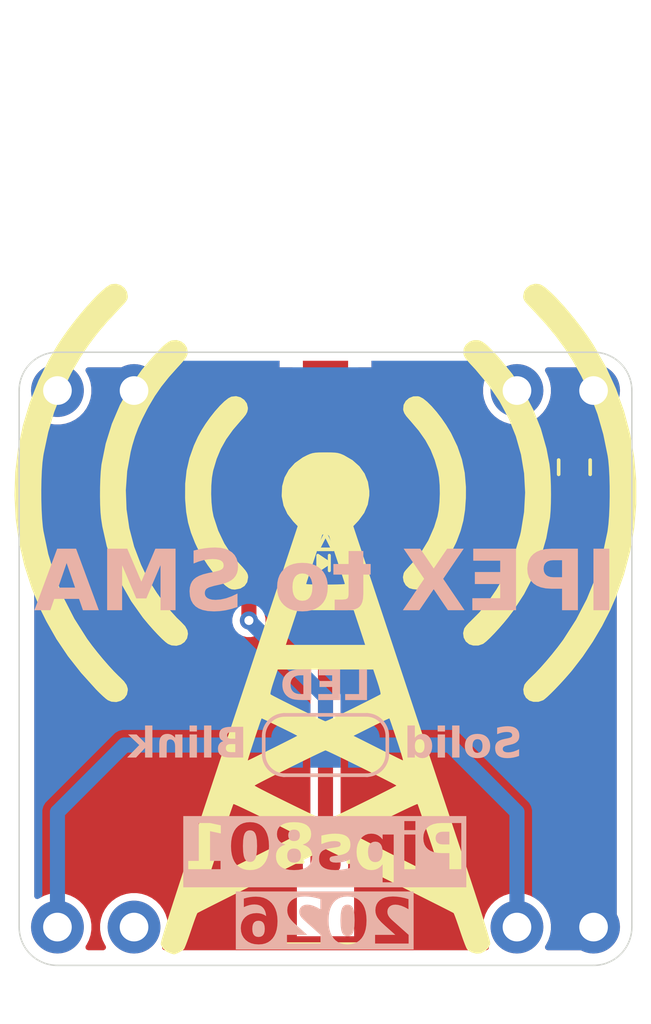
<source format=kicad_pcb>
(kicad_pcb (version 20241229) (generator "pcbnew") (generator_version "9.0")
  (layers (0 "F.Cu" signal) (2 "B.Cu" signal) (13 "F.Paste" user) (15 "B.Paste" user) (5 "F.SilkS" user "F.Silkscreen") (7 "B.SilkS" user "B.Silkscreen") (1 "F.Mask" user) (3 "B.Mask" user) (25 "Edge.Cuts" user))
  (net 0 "")
  (net 1 "GND")
  (net 2 "Net-(D1-A)")
  (net 3 "Net-(J1-In)")
  (net 4 "+3.3V")
  (net 5 "CLK")
  (net 8 "Net-(D1-K)")
  (footprint "Connector_Coaxial:SMA_Amphenol_132289_EdgeMount" (layer "F.Cu") (at 173.99 77.7525 90)
    (property "Reference" "J1" (hide yes))
    (property "Value" "SMA")
    (fp_line (start -3.71 -0.25) (end -3.71 0.25) (stroke (width 0.12)) (layer "F.SilkS"))
    (fp_line (start -3.21 0) (end -3.71 -0.25) (stroke (width 0.12)) (layer "F.SilkS"))
    (fp_line (start -3.71 0.25) (end -3.21 0) (stroke (width 0.12)) (layer "F.SilkS"))
    (pad "1" smd rect (at 0 0 180) (size 1.5 5.08) (layers "F.Cu" "F.Mask" "F.Paste") (net 3 "Net-(J1-In)"))
    (pad "2" smd rect (at 0 -3.262 180) (size 3.476 5.08) (layers "F.Cu" "F.Mask" "F.Paste") (net 1 "GND"))
    (pad "2" smd rect (at 0 -3.262 180) (size 3.476 5.08) (layers "B.Cu" "B.Mask" "B.Paste") (net 1 "GND"))
    (pad "2" smd rect (at 0 3.262 180) (size 3.476 5.08) (layers "F.Cu" "F.Mask" "F.Paste") (net 1 "GND"))
    (pad "2" smd rect (at 0 3.262 180) (size 3.476 5.08) (layers "B.Cu" "B.Mask" "B.Paste") (net 1 "GND"))
  )
  (footprint "Resistor_SMD:R_0603_1608Metric" (layer "F.Cu") (at 182.245 78.74 90)
    (property "Reference" "R1" (hide yes))
    (property "Value" "150-200Ω*")
    (fp_line (start -0.237258 -0.5225) (end 0.237258 -0.5225) (stroke (width 0.12)) (layer "F.SilkS"))
    (fp_line (start -0.237258 0.5225) (end 0.237258 0.5225) (stroke (width 0.12)) (layer "F.SilkS"))
    (pad "1" smd roundrect (at -0.825 0 90) (size 0.8 0.95) (layers "F.Cu" "F.Mask" "F.Paste") (net 8 "Net-(D1-K)"))
    (pad "2" smd roundrect (at 0.825 0 90) (size 0.8 0.95) (layers "F.Cu" "F.Mask" "F.Paste") (net 1 "GND"))
  )
  (footprint "LED_SMD:LED_0805_2012Metric" (layer "F.Cu") (at 173.99 81.915 180)
    (property "Reference" "D1" (hide yes))
    (property "Value" "RED")
    (fp_line (start -0.127 -0.254) (end -0.127 0.254) (stroke (width 0.1)) (layer "F.SilkS"))
    (fp_poly (pts (xy -0.127 0) (xy 0.254 -0.254) (xy 0.254 0.254)) (stroke (width 0.1)) (fill yes) (layer "F.SilkS"))
    (pad "1" smd roundrect (at -0.9375 0 180) (size 0.975 1.4) (layers "F.Cu" "F.Mask" "F.Paste") (net 8 "Net-(D1-K)"))
    (pad "2" smd roundrect (at 0.9375 0 180) (size 0.975 1.4) (layers "F.Cu" "F.Mask" "F.Paste") (net 2 "Net-(D1-A)"))
  )
  (footprint "MiniBadge:MiniBadge_Simple_NoEdges" (layer "F.Cu") (at 163.83 74.93)
    (property "Reference" "MB1" (hide yes))
    (property "Value" "MiniBadge_Simple")
    (pad "1" thru_hole circle (at 1.27 1.27) (size 1.75 1.75) (drill 0.95) (layers "*.Cu" "*.Mask"))
    (pad "2" thru_hole circle (at 3.81 1.27) (size 1.75 1.75) (drill 0.95) (layers "*.Cu" "*.Mask") (net 1 "GND"))
    (pad "7" thru_hole circle (at 16.51 1.27) (size 1.75 1.75) (drill 0.95) (layers "*.Cu" "*.Mask"))
    (pad "8" thru_hole circle (at 19.05 1.27) (size 1.75 1.75) (drill 0.95) (layers "*.Cu" "*.Mask") (net 1 "GND"))
    (pad "9" thru_hole circle (at 1.27 19.05) (size 1.75 1.75) (drill 0.95) (layers "*.Cu" "*.Mask") (net 5 "CLK"))
    (pad "10" thru_hole circle (at 3.81 19.05) (size 1.75 1.75) (drill 0.95) (layers "*.Cu" "*.Mask"))
    (pad "15" thru_hole circle (at 16.51 19.05) (size 1.75 1.75) (drill 0.95) (layers "*.Cu" "*.Mask") (net 4 "+3.3V"))
    (pad "16" thru_hole circle (at 19.05 19.05) (size 1.75 1.75) (drill 0.95) (layers "*.Cu" "*.Mask") (net 1 "GND"))
  )
  (footprint "Connector_Coaxial:U.FL_Hirose_U.FL-R-SMT-1_Vertical" (layer "F.Cu") (at 173.99 92.71 -90)
    (property "Reference" "J2" (hide yes))
    (property "Value" "U.FL/IPEX")
    (fp_line (start -0.885 1.4) (end -0.885 0.76) (stroke (width 0.12)) (layer "F.SilkS"))
    (fp_line (start -0.885 -0.76) (end -1.515 -0.76) (stroke (width 0.12)) (layer "F.SilkS"))
    (fp_line (start 1.835 -1.35) (end 1.835 1.35) (stroke (width 0.12)) (layer "F.SilkS"))
    (fp_line (start -0.885 -1.4) (end -0.885 -0.76) (stroke (width 0.12)) (layer "F.SilkS"))
    (pad "1" smd roundrect (at -1.05 0 270) (size 1.05 1) (layers "F.Cu" "F.Mask" "F.Paste") (net 3 "Net-(J1-In)"))
    (pad "2" smd roundrect (at 0.475 -1.475 270) (size 2.2 1.05) (layers "F.Cu" "F.Mask" "F.Paste") (roundrect_rratio 0.2380952381) (net 1 "GND"))
    (pad "2" smd roundrect (at 0.475 1.475 270) (size 2.2 1.05) (layers "F.Cu" "F.Mask" "F.Paste") (roundrect_rratio 0.2380952381) (net 1 "GND"))
    (zone (net 0) (net_name "") (layers "F.Cu" "B.Cu") (connect_pads (clearance 0)) (min_thickness 0.25)
      (keepout (tracks not_allowed) (vias not_allowed) (pads not_allowed) (copperpour not_allowed) (footprints allowed))
      (fill (thermal_gap 0.5) (thermal_bridge_width 0.5))
      (polygon (pts (xy 174.94 94.285) (xy 174.94 92.195) (xy 173.04 92.195) (xy 173.04 94.285)))
    )
  )
  (footprint "LOGO" (layer "F.Cu") (at 173.99 82.55)
    (property "Reference" "G***" (hide yes))
    (property "Value" "LOGO" (hide yes))
    (fp_poly (pts (xy -2.817165 -6.126389) (xy -2.693725 -6.042136) (xy -2.607716 -5.922984) (xy -2.572811 -5.779479) (xy -2.575089 -5.726373) (xy -2.59599 -5.637213) (xy -2.643593 -5.547496) (xy -2.728551 -5.439486) (xy -2.785087 -5.376625) (xy -3.066002 -5.05037) (xy -3.29115 -4.736804) (xy -3.469232 -4.42024) (xy -3.608945 -4.084997) (xy -3.718989 -3.715386) (xy -3.729053 -3.674458) (xy -3.765831 -3.459482) (xy -3.786364 -3.201422) (xy -3.790896 -2.922009) (xy -3.779666 -2.642975) (xy -3.752918 -2.386047) (xy -3.712418 -2.178679) (xy -3.556881 -1.707019) (xy -3.351106 -1.276799) (xy -3.097176 -0.891869) (xy -2.877817 -0.6367) (xy -2.745515 -0.495975) (xy -2.65583 -0.39061) (xy -2.60102 -0.308843) (xy -2.573343 -0.238907) (xy -2.565058 -0.169039) (xy -2.564999 -0.161303) (xy -2.596126 -0.000129) (xy -2.683924 0.126381) (xy -2.820019 0.210754) (xy -2.996038 0.245513) (xy -3.021339 0.245997) (xy -3.117437 0.235901) (xy -3.205874 0.198115) (xy -3.311891 0.121399) (xy -3.324808 0.110846) (xy -3.514388 -0.0686) (xy -3.712188 -0.297577) (xy -3.907701 -0.561336) (xy -4.090422 -0.845132) (xy -4.249845 -1.13422) (xy -4.325351 -1.293646) (xy -4.461086 -1.636928) (xy -4.557753 -1.972713) (xy -4.620244 -2.323065) (xy -4.653446 -2.710047) (xy -4.656858 -2.789831) (xy -4.654177 -3.263902) (xy -4.60707 -3.7003) (xy -4.512023 -4.115898) (xy -4.365517 -4.527568) (xy -4.235185 -4.812901) (xy -4.118368 -5.027332) (xy -3.979406 -5.246889) (xy -3.826077 -5.462243) (xy -3.666157 -5.664071) (xy -3.507424 -5.843052) (xy -3.357652 -5.989858) (xy -3.224621 -6.095165) (xy -3.121665 -6.148019) (xy -2.964369 -6.165199)) (fill yes) (layer "F.SilkS"))
    (fp_poly (pts (xy 3.120616 -6.148344) (xy 3.234219 -6.089294) (xy 3.371463 -5.979325) (xy 3.52467 -5.827357) (xy 3.686161 -5.642303) (xy 3.848258 -5.433087) (xy 4.00328 -5.208626) (xy 4.143553 -4.977838) (xy 4.170911 -4.928493) (xy 4.377158 -4.49861) (xy 4.525119 -4.068338) (xy 4.61783 -3.62432) (xy 4.658326 -3.153198) (xy 4.656861 -2.789831) (xy 4.628688 -2.393359) (xy 4.57216 -2.037726) (xy 4.482387 -1.700865) (xy 4.35448 -1.360716) (xy 4.325354 -1.293646) (xy 4.17611 -0.994126) (xy 3.995347 -0.692194) (xy 3.794375 -0.403825) (xy 3.584501 -0.144993) (xy 3.377037 0.068327) (xy 3.334232 0.106364) (xy 3.232869 0.187067) (xy 3.152462 0.229085) (xy 3.067024 0.243859) (xy 3.020015 0.244664) (xy 2.897852 0.231905) (xy 2.788474 0.20204) (xy 2.770292 0.193856) (xy 2.659881 0.103371) (xy 2.59008 -0.023316) (xy 2.566452 -0.165181) (xy 2.594556 -0.3012) (xy 2.625261 -0.354486) (xy 2.678041 -0.418823) (xy 2.762342 -0.513426) (xy 2.861405 -0.619571) (xy 2.877819 -0.6367) (xy 3.166284 -0.985363) (xy 3.408151 -1.382189) (xy 3.601335 -1.823326) (xy 3.712421 -2.178679) (xy 3.753979 -2.393456) (xy 3.780251 -2.651394) (xy 3.790996 -2.930767) (xy 3.785973 -3.209843) (xy 3.764939 -3.466893) (xy 3.729054 -3.674458) (xy 3.621589 -4.048532) (xy 3.485358 -4.38661) (xy 3.31166 -4.704381) (xy 3.091795 -5.017529) (xy 2.817069 -5.34174) (xy 2.785089 -5.376625) (xy 2.678653 -5.499544) (xy 2.614627 -5.595741) (xy 2.582366 -5.682954) (xy 2.57509 -5.726373) (xy 2.589248 -5.875538) (xy 2.659107 -6.004191) (xy 2.770979 -6.101748) (xy 2.911181 -6.157621) (xy 3.066025 -6.161226)) (fill yes) (layer "F.SilkS"))
    (fp_poly (pts (xy 5.068555 -8.0205) (xy 5.098702 -8.013567) (xy 5.18474 -7.978263) (xy 5.284023 -7.912278) (xy 5.403174 -7.809836) (xy 5.548817 -7.665162) (xy 5.727578 -7.472477) (xy 5.757789 -7.438932) (xy 6.197727 -6.897842) (xy 6.575777 -6.324197) (xy 6.891056 -5.719868) (xy 7.142679 -5.08672) (xy 7.329762 -4.426622) (xy 7.42737 -3.913778) (xy 7.449926 -3.715164) (xy 7.466257 -3.468508) (xy 7.476195 -3.192146) (xy 7.479568 -2.904411) (xy 7.47621 -2.62364) (xy 7.465951 -2.368167) (xy 7.448621 -2.15633) (xy 7.443935 -2.118094) (xy 7.322695 -1.456709) (xy 7.137326 -0.812156) (xy 6.890558 -0.190928) (xy 6.585123 0.400481) (xy 6.223752 0.955579) (xy 6.061394 1.169477) (xy 5.912649 1.350735) (xy 5.7562 1.53043) (xy 5.601482 1.698675) (xy 5.457928 1.845589) (xy 5.334973 1.961287) (xy 5.242053 2.035885) (xy 5.222746 2.048036) (xy 5.067145 2.100887) (xy 4.897526 2.100938) (xy 4.765292 2.059178) (xy 4.652195 1.966733) (xy 4.582814 1.837286) (xy 4.562655 1.690066) (xy 4.597227 1.5443) (xy 4.610399 1.518425) (xy 4.667024 1.44106) (xy 4.75174 1.349737) (xy 4.792167 1.311895) (xy 5.098109 1.006019) (xy 5.392435 0.645685) (xy 5.668359 0.242904) (xy 5.919089 -0.190315) (xy 6.137838 -0.641964) (xy 6.317816 -1.100029) (xy 6.452232 -1.552505) (xy 6.480245 -1.674068) (xy 6.585506 -2.3254) (xy 6.62055 -2.970032) (xy 6.586219 -3.60504) (xy 6.483357 -4.227499) (xy 6.312806 -4.834488) (xy 6.075408 -5.423082) (xy 5.772009 -5.990353) (xy 5.403447 -6.53338) (xy 4.97057 -7.049239) (xy 4.913334 -7.11024) (xy 4.77787 -7.255299) (xy 4.683884 -7.363323) (xy 4.623531 -7.445349) (xy 4.58896 -7.512413) (xy 4.572325 -7.575552) (xy 4.569906 -7.593224) (xy 4.584235 -7.742986) (xy 4.654868 -7.871408) (xy 4.768202 -7.967675) (xy 4.910633 -8.020978)) (fill yes) (layer "F.SilkS"))
    (fp_poly (pts (xy -4.793094 -7.98119) (xy -4.673226 -7.892169) (xy -4.593519 -7.769047) (xy -4.567625 -7.622657) (xy -4.569835 -7.593796) (xy -4.583702 -7.527867) (xy -4.614495 -7.460371) (xy -4.670217 -7.37981) (xy -4.758868 -7.274694) (xy -4.888453 -7.133526) (xy -4.895685 -7.12581) (xy -5.192169 -6.794992) (xy -5.442613 -6.480934) (xy -5.660989 -6.164483) (xy -5.86127 -5.826491) (xy -5.911936 -5.733034) (xy -6.077666 -5.408057) (xy -6.209539 -5.114345) (xy -6.31616 -4.829669) (xy -6.40614 -4.531804) (xy -6.461168 -4.314767) (xy -6.57627 -3.681757) (xy -6.621628 -3.046784) (xy -6.597805 -2.414464) (xy -6.505365 -1.789423) (xy -6.344871 -1.176281) (xy -6.116886 -0.579663) (xy -5.968141 -0.270297) (xy -5.794886 0.038458) (xy -5.593841 0.352241) (xy -5.375838 0.65648) (xy -5.151705 0.936605) (xy -4.932274 1.178043) (xy -4.792165 1.311895) (xy -4.65362 1.457768) (xy -4.578386 1.596432) (xy -4.559998 1.711608) (xy -4.591003 1.863922) (xy -4.674754 1.985615) (xy -4.797354 2.069632) (xy -4.944907 2.108918) (xy -5.103516 2.096418) (xy -5.222743 2.048036) (xy -5.305591 1.986682) (xy -5.421106 1.88147) (xy -5.559857 1.742279) (xy -5.712407 1.578996) (xy -5.869322 1.401504) (xy -6.021168 1.21969) (xy -6.061391 1.169477) (xy -6.444732 0.631008) (xy -6.773249 0.053584) (xy -7.044208 -0.5563) (xy -7.254879 -1.192149) (xy -7.402532 -1.847471) (xy -7.443933 -2.118094) (xy -7.462811 -2.318103) (xy -7.474582 -2.565706) (xy -7.479416 -2.842567) (xy -7.477481 -3.130349) (xy -7.468947 -3.41072) (xy -7.453983 -3.665343) (xy -7.432757 -3.875882) (xy -7.427367 -3.913778) (xy -7.289386 -4.592908) (xy -7.086199 -5.246491) (xy -6.818689 -5.872658) (xy -6.487744 -6.469544) (xy -6.094248 -7.035279) (xy -5.757786 -7.438932) (xy -5.573462 -7.639348) (xy -5.423254 -7.790886) (xy -5.300536 -7.89932) (xy -5.198685 -7.970428) (xy -5.111075 -8.009984) (xy -5.0987 -8.013567) (xy -4.93947 -8.025267)) (fill yes) (layer "F.SilkS"))
    (fp_poly (pts (xy -6.786934 -9.843245) (xy -6.66461 -9.750914) (xy -6.582849 -9.621811) (xy -6.554998 -9.47513) (xy -6.559859 -9.415234) (xy -6.579809 -9.357875) (xy -6.622896 -9.291223) (xy -6.697168 -9.203447) (xy -6.810677 -9.082716) (xy -6.848904 -9.043131) (xy -7.230872 -8.633534) (xy -7.563064 -8.242353) (xy -7.857018 -7.854082) (xy -8.124279 -7.453204) (xy -8.376385 -7.024215) (xy -8.445735 -6.897126) (xy -8.748766 -6.275803) (xy -8.996684 -5.638808) (xy -9.193574 -4.973982) (xy -9.343528 -4.269168) (xy -9.358091 -4.184149) (xy -9.385995 -3.964427) (xy -9.406471 -3.693589) (xy -9.41954 -3.386775) (xy -9.42522 -3.059121) (xy -9.423529 -2.725766) (xy -9.414484 -2.401849) (xy -9.398106 -2.102511) (xy -9.374411 -1.842884) (xy -9.355095 -1.7026) (xy -9.194239 -0.931465) (xy -8.968994 -0.187933) (xy -8.67974 0.527067) (xy -8.326855 1.212599) (xy -7.91072 1.86773) (xy -7.889093 1.898491) (xy -7.735852 2.106228) (xy -7.559635 2.329936) (xy -7.372125 2.555963) (xy -7.185005 2.770656) (xy -7.009959 2.960361) (xy -6.858674 3.111425) (xy -6.823309 3.14391) (xy -6.682622 3.28383) (xy -6.597119 3.40556) (xy -6.558888 3.521871) (xy -6.554998 3.576933) (xy -6.586021 3.729174) (xy -6.669802 3.850876) (xy -6.792412 3.934955) (xy -6.939917 3.974324) (xy -7.098388 3.961896) (xy -7.217091 3.913733) (xy -7.284577 3.864046) (xy -7.384449 3.776675) (xy -7.502635 3.664449) (xy -7.611979 3.553882) (xy -8.10767 3.00487) (xy -8.541785 2.453593) (xy -8.92313 1.887434) (xy -9.260515 1.293777) (xy -9.433263 0.945189) (xy -9.745329 0.202825) (xy -9.989351 -0.554239) (xy -10.165557 -1.322176) (xy -10.27418 -2.097154) (xy -10.315453 -2.875336) (xy -10.289605 -3.652895) (xy -10.19687 -4.425994) (xy -10.037479 -5.190803) (xy -9.811662 -5.943489) (xy -9.519654 -6.680218) (xy -9.161683 -7.397159) (xy -8.902485 -7.836807) (xy -8.736917 -8.0892) (xy -8.553296 -8.348304) (xy -8.357518 -8.607443) (xy -8.155481 -8.859946) (xy -7.953079 -9.099134) (xy -7.756211 -9.318337) (xy -7.570772 -9.510877) (xy -7.402658 -9.67008) (xy -7.257766 -9.789274) (xy -7.141991 -9.861781) (xy -7.099459 -9.877796) (xy -6.936368 -9.888854)) (fill yes) (layer "F.SilkS"))
    (fp_poly (pts (xy 7.099462 -9.877796) (xy 7.199574 -9.829443) (xy 7.331567 -9.731278) (xy 7.489542 -9.589978) (xy 7.667603 -9.412216) (xy 7.859854 -9.204667) (xy 8.060399 -8.974006) (xy 8.26334 -8.726906) (xy 8.462783 -8.470044) (xy 8.65283 -8.210092) (xy 8.827585 -7.953725) (xy 8.902487 -7.836807) (xy 9.302237 -7.133755) (xy 9.636044 -6.408698) (xy 9.903678 -5.665387) (xy 10.104911 -4.907567) (xy 10.23951 -4.138986) (xy 10.307247 -3.363392) (xy 10.30789 -2.584534) (xy 10.24121 -1.806156) (xy 10.106975 -1.03201) (xy 9.904958 -0.265841) (xy 9.634926 0.488603) (xy 9.441218 0.931828) (xy 9.175444 1.452132) (xy 8.867567 1.971687) (xy 8.530931 2.469637) (xy 8.178885 2.925132) (xy 8.122494 2.99212) (xy 7.957394 3.181288) (xy 7.788965 3.366219) (xy 7.625754 3.538206) (xy 7.476311 3.688549) (xy 7.349187 3.808545) (xy 7.252931 3.88949) (xy 7.217092 3.913733) (xy 7.061893 3.9663) (xy 6.89241 3.966231) (xy 6.760292 3.924503) (xy 6.647192 3.832059) (xy 6.577815 3.70264) (xy 6.557668 3.555488) (xy 6.592258 3.409855) (xy 6.60558 3.38375) (xy 6.658421 3.312603) (xy 6.743918 3.219759) (xy 6.823311 3.14391) (xy 6.966153 3.005661) (xy 7.135916 2.825075) (xy 7.320919 2.615803) (xy 7.509477 2.391497) (xy 7.689907 2.165813) (xy 7.850525 1.952402) (xy 7.889096 1.898491) (xy 8.308268 1.244845) (xy 8.664207 0.560757) (xy 8.956534 -0.152844) (xy 9.184869 -0.895024) (xy 9.348834 -1.664852) (xy 9.355097 -1.7026) (xy 9.383538 -1.928295) (xy 9.404675 -2.203544) (xy 9.418489 -2.513209) (xy 9.424961 -2.842151) (xy 9.424075 -3.175232) (xy 9.41581 -3.497313) (xy 9.40015 -3.793257) (xy 9.377076 -4.047924) (xy 9.358094 -4.184149) (xy 9.213327 -4.894395) (xy 9.022098 -5.563243) (xy 8.780318 -6.202846) (xy 8.483899 -6.825364) (xy 8.445738 -6.897126) (xy 8.195805 -7.336751) (xy 7.933944 -7.743924) (xy 7.648616 -8.13416) (xy 7.328279 -8.522965) (xy 6.96139 -8.92585) (xy 6.848907 -9.043131) (xy 6.723484 -9.174733) (xy 6.639458 -9.270202) (xy 6.588781 -9.341369) (xy 6.563405 -9.400062) (xy 6.555281 -9.458115) (xy 6.555 -9.47513) (xy 6.586117 -9.629818) (xy 6.670497 -9.75713) (xy 6.794689 -9.847116) (xy 6.94524 -9.889824)) (fill yes) (layer "F.SilkS"))
    (fp_poly (pts (xy 0.183066 -4.2994) (xy 0.314102 -4.293476) (xy 0.412307 -4.280062) (xy 0.496878 -4.25626) (xy 0.587013 -4.219177) (xy 0.610043 -4.208698) (xy 0.896026 -4.043619) (xy 1.12599 -3.838737) (xy 1.297429 -3.598031) (xy 1.40783 -3.325484) (xy 1.454689 -3.025073) (xy 1.453753 -2.86996) (xy 1.40275 -2.571326) (xy 1.284738 -2.295194) (xy 1.100075 -2.04236) (xy 1.071921 -2.012011) (xy 0.922642 -1.855091) (xy 2.192867 1.968455) (xy 2.381106 2.53509) (xy 2.580996 3.13682) (xy 2.789431 3.764292) (xy 3.003306 4.408155) (xy 3.219513 5.059061) (xy 3.434947 5.70765) (xy 3.6465 6.344577) (xy 3.851068 6.960485) (xy 4.045542 7.546022) (xy 4.226817 8.09184) (xy 4.391788 8.588583) (xy 4.475219 8.839813) (xy 4.654632 9.380923) (xy 4.813348 9.861499) (xy 4.952292 10.28448) (xy 5.07239 10.652807) (xy 5.174565 10.969423) (xy 5.259743 11.237269) (xy 5.328849 11.459283) (xy 5.382809 11.638411) (xy 5.422547 11.777593) (xy 5.448988 11.879769) (xy 5.463057 11.947882) (xy 5.465681 11.984871) (xy 5.465229 11.98755) (xy 5.405563 12.11279) (xy 5.29711 12.22241) (xy 5.162071 12.295101) (xy 5.137111 12.3025) (xy 4.99717 12.310201) (xy 4.852413 12.273599) (xy 4.73179 12.202184) (xy 4.689004 12.155581) (xy 4.66094 12.099105) (xy 4.617163 11.991173) (xy 4.562335 11.844161) (xy 4.501114 11.670451) (xy 4.455726 11.535897) (xy 4.394876 11.355362) (xy 4.339451 11.19705) (xy 4.293476 11.071978) (xy 4.260972 10.991166) (xy 4.247644 10.96602) (xy 4.212146 10.946291) (xy 4.118928 10.898007) (xy 3.97323 10.823801) (xy 3.780294 10.726303) (xy 3.545358 10.608151) (xy 3.273663 10.471974) (xy 2.970451 10.320408) (xy 2.64096 10.156082) (xy 2.29043 9.981633) (xy 2.109742 9.891845) (xy 0 8.843999) (xy -2.109741 9.891845) (xy -2.468793 10.070356) (xy -2.809419 10.240056) (xy -3.126377 10.398312) (xy -3.414428 10.54249) (xy -3.66833 10.669956) (xy -3.882841 10.778079) (xy -4.052724 10.864224) (xy -4.172737 10.925759) (xy -4.237638 10.960049) (xy -4.247773 10.966143) (xy -4.267208 11.00531) (xy -4.303311 11.097238) (xy -4.352053 11.230943) (xy -4.409406 11.395437) (xy -4.457752 11.538725) (xy -4.520961 11.724101) (xy -4.580895 11.891452) (xy -4.632939 12.028521) (xy -4.672483 12.123052) (xy -4.690899 12.158289) (xy -4.741093 12.202293) (xy -4.825117 12.254089) (xy -4.918691 12.301162) (xy -4.997535 12.331007) (xy -5.03275 12.334435) (xy -5.068781 12.323949) (xy -5.143945 12.30275) (xy -5.144094 12.302708) (xy -5.274828 12.239784) (xy -5.386525 12.139744) (xy -5.45658 12.024287) (xy -5.465161 11.994524) (xy -5.46353 11.969332) (xy -5.452704 11.917993) (xy -5.432013 11.83843) (xy -5.400784 11.728564) (xy -5.358343 11.586321) (xy -5.304019 11.409622) (xy -5.237138 11.196392) (xy -5.157027 10.944553) (xy -5.063015 10.652028) (xy -4.954427 10.31674) (xy -4.830594 9.936611) (xy -4.796738 9.83316) (xy -3.883582 9.83316) (xy -3.881452 9.836643) (xy -3.871463 9.835394) (xy -3.848351 9.826874) (xy -3.806848 9.808553) (xy -3.741688 9.777894) (xy -3.647604 9.732365) (xy -3.519331 9.669432) (xy -3.351601 9.586559) (xy -3.139148 9.481215) (xy -2.876706 9.350859) (xy -2.559008 9.192966) (xy -2.393719 9.110816) (xy -2.100204 8.964475) (xy -1.826988 8.827361) (xy -1.580326 8.702675) (xy -1.366462 8.593619) (xy -1.191649 8.503393) (xy -1.062135 8.435196) (xy -0.984169 8.392231) (xy -0.969199 8.382134) (xy 0.972319 8.382134) (xy 0.972324 8.38215) (xy 1.003843 8.401551) (xy 1.09067 8.448364) (xy 1.225189 8.518751) (xy 1.399781 8.608874) (xy 1.60683 8.714894) (xy 1.838721 8.832974) (xy 2.087833 8.959274) (xy 2.346554 9.089959) (xy 2.607263 9.221187) (xy 2.862347 9.349122) (xy 3.104185 9.469926) (xy 3.325164 9.579762) (xy 3.517664 9.67479) (xy 3.674069 9.751174) (xy 3.786764 9.805072) (xy 3.848131 9.832649) (xy 3.856407 9.835429) (xy 3.883105 9.825265) (xy 3.883125 9.824698) (xy 3.872834 9.787679) (xy 3.843848 9.695932) (xy 3.798993 9.557876) (xy 3.741099 9.381926) (xy 3.672995 9.176499) (xy 3.597507 8.950015) (xy 3.517467 8.710888) (xy 3.4357 8.467533) (xy 3.355036 8.228372) (xy 3.278303 8.001817) (xy 3.20833 7.796287) (xy 3.147944 7.6202) (xy 3.099975 7.481972) (xy 3.067251 7.390019) (xy 3.0526 7.352757) (xy 3.052349 7.352437) (xy 3.017186 7.36258) (xy 2.928629 7.400277) (xy 2.795662 7.461073) (xy 2.627274 7.540523) (xy 2.432451 7.634175) (xy 2.220181 7.737583) (xy 1.999449 7.846297) (xy 1.779243 7.955865) (xy 1.568549 8.061843) (xy 1.376357 8.15978) (xy 1.211649 8.245226) (xy 1.083417 8.313733) (xy 1.000644 8.360851) (xy 0.972319 8.382134) (xy -0.969199 8.382134) (xy -0.963084 8.378009) (xy -0.993606 8.356996) (xy -1.078404 8.310291) (xy -1.208478 8.24231) (xy -1.374827 8.157467) (xy -1.568448 8.060177) (xy -1.780337 7.954858) (xy -2.001496 7.84592) (xy -2.22292 7.737784) (xy -2.435609 7.634862) (xy -2.63056 7.54157) (xy -2.798773 7.462324) (xy -2.931244 7.401538) (xy -3.018972 7.363628) (xy -3.052923 7.352976) (xy -3.066428 7.386628) (xy -3.098146 7.47551) (xy -3.145256 7.611204) (xy -3.204933 7.785294) (xy -3.274352 7.989362) (xy -3.35069 8.214988) (xy -3.431123 8.453758) (xy -3.512825 8.697252) (xy -3.592974 8.937053) (xy -3.668744 9.164743) (xy -3.737312 9.371906) (xy -3.795855 9.550121) (xy -3.841547 9.690972) (xy -3.871564 9.786044) (xy -3.883082 9.826915) (xy -3.883123 9.827475) (xy -3.883582 9.83316) (xy -4.796738 9.83316) (xy -4.690839 9.509568) (xy -4.534494 9.03353) (xy -4.360881 8.506422) (xy -4.169332 7.926165) (xy -3.959172 7.290686) (xy -3.777228 6.741322) (xy -2.350101 6.741322) (xy -2.319417 6.762573) (xy -2.233774 6.809898) (xy -2.101695 6.879112) (xy -1.9317 6.966036) (xy -1.732307 7.066486) (xy -1.51204 7.176279) (xy -1.279418 7.291237) (xy -1.042962 7.407173) (xy -0.811191 7.519908) (xy -0.592629 7.625258) (xy -0.395793 7.719041) (xy -0.229206 7.797077) (xy -0.101387 7.855182) (xy -0.020858 7.889175) (xy 0.003147 7.896362) (xy 0.046723 7.879883) (xy 0.145722 7.83558) (xy 0.292701 7.766999) (xy 0.480224 7.677679) (xy 0.700851 7.571166) (xy 0.947142 7.451) (xy 1.204558 7.324238) (xy 1.466256 7.194352) (xy 1.706974 7.074026) (xy 1.919694 6.966835) (xy 2.097404 6.876347) (xy 2.233087 6.806137) (xy 2.319729 6.759773) (xy 2.350318 6.74083) (xy 2.32037 6.721287) (xy 2.235634 6.675269) (xy 2.104572 6.60697) (xy 1.935646 6.520583) (xy 1.73732 6.420305) (xy 1.518053 6.310329) (xy 1.286308 6.19485) (xy 1.050548 6.078062) (xy 0.819236 5.96416) (xy 0.600831 5.857338) (xy 0.403797 5.761792) (xy 0.236596 5.681714) (xy 0.10769 5.621302) (xy 0.02554 5.584747) (xy -0.000657 5.575495) (xy -0.040189 5.590474) (xy -0.133103 5.632614) (xy -0.270934 5.697716) (xy -0.44522 5.781581) (xy -0.647502 5.88001) (xy -0.869316 5.988805) (xy -1.102202 6.103768) (xy -1.337699 6.220698) (xy -1.567346 6.335398) (xy -1.782679 6.443669) (xy -1.975241 6.541314) (xy -2.136567 6.624131) (xy -2.258196 6.687924) (xy -2.331667 6.728494) (xy -2.350101 6.741322) (xy -3.777228 6.741322) (xy -3.729728 6.597904) (xy -3.501167 5.908588) (xy -2.57688 5.908588) (xy -2.542959 5.893574) (xy -2.454639 5.851285) (xy -2.320363 5.785853) (xy -2.148569 5.701409) (xy -1.947696 5.602081) (xy -1.746071 5.50191) (xy -1.527226 5.39264) (xy -1.331084 5.29412) (xy -1.165818 5.2105) (xy -1.039601 5.145934) (xy -0.960604 5.104575) (xy -0.939958 5.092509) (xy 0.931412 5.092509) (xy 1.044613 5.148415) (xy 1.108917 5.180502) (xy 1.224958 5.238728) (xy 1.381778 5.317586) (xy 1.56842 5.411562) (xy 1.773927 5.515145) (xy 1.8525 5.554777) (xy 2.055114 5.656586) (xy 2.23642 5.74692) (xy 2.387144 5.82122) (xy 2.49801 5.874925) (xy 2.55974 5.903479) (xy 2.569043 5.90691) (xy 2.565322 5.877199) (xy 2.542703 5.793095) (xy 2.503936 5.663671) (xy 2.451777 5.498002) (xy 2.388978 5.30516) (xy 2.359815 5.21742) (xy 2.291739 5.014646) (xy 2.230687 4.834402) (xy 2.179862 4.686008) (xy 2.142468 4.578792) (xy 2.121707 4.522078) (xy 2.118756 4.515598) (xy 2.085785 4.527149) (xy 2.000028 4.565673) (xy 1.871386 4.626487) (xy 1.709764 4.704907) (xy 1.525067 4.796249) (xy 1.520096 4.798728) (xy 0.931412 5.092509) (xy -0.939958 5.092509) (xy -0.936668 5.090587) (xy -0.987492 5.062859) (xy -1.085098 5.013009) (xy -1.217544 4.946852) (xy -1.372888 4.870199) (xy -1.539187 4.788863) (xy -1.704496 4.708661) (xy -1.856876 4.635403) (xy -1.984382 4.574903) (xy -2.075072 4.532976) (xy -2.117002 4.515434) (xy -2.118462 4.515324) (xy -2.133306 4.550558) (xy -2.164441 4.637202) (xy -2.208222 4.764188) (xy -2.261009 4.920447) (xy -2.319158 5.094912) (xy -2.379027 5.276507) (xy -2.436975 5.45417) (xy -2.489359 5.616824) (xy -2.532537 5.753407) (xy -2.562868 5.852843) (xy -2.576708 5.904067) (xy -2.57688 5.908588) (xy -3.501167 5.908588) (xy -3.480329 5.845743) (xy -3.210301 5.032129) (xy -3.205382 5.017313) (xy -2.772647 3.713979) (xy -1.826065 3.713979) (xy -1.825136 3.715239) (xy -1.782764 3.741013) (xy -1.687802 3.791727) (xy -1.550148 3.862528) (xy -1.379703 3.948557) (xy -1.186362 4.044957) (xy -0.980029 4.146877) (xy -0.7706 4.249456) (xy -0.567975 4.347841) (xy -0.382052 4.437177) (xy -0.22273 4.512607) (xy -0.099908 4.569275) (xy -0.023486 4.602326) (xy -0.003406 4.608846) (xy 0.040066 4.593912) (xy 0.137716 4.551425) (xy 0.280982 4.485398) (xy 0.461299 4.399853) (xy 0.670104 4.298803) (xy 0.898835 4.186266) (xy 0.922844 4.17435) (xy 1.152069 4.060127) (xy 1.360772 3.955404) (xy 1.540634 3.864415) (xy 1.683342 3.79139) (xy 1.780574 3.740561) (xy 1.824017 3.716157) (xy 1.825138 3.715284) (xy 1.82493 3.676209) (xy 1.805518 3.586808) (xy 1.770197 3.45997) (xy 1.722267 3.308573) (xy 1.716961 3.29274) (xy 1.582711 2.89409) (xy 0 2.89409) (xy -1.582709 2.89409) (xy -1.716959 3.29274) (xy -1.765958 3.44586) (xy -1.802674 3.575695) (xy -1.82381 3.669361) (xy -1.826065 3.713979) (xy -2.772647 3.713979) (xy -2.229468 2.07801) (xy -1.314283 2.07801) (xy 0 2.07801) (xy 1.314285 2.07801) (xy 1.262782 1.919791) (xy 1.232084 1.826181) (xy 1.186322 1.687503) (xy 1.131626 1.522293) (xy 1.074123 1.349087) (xy 1.072833 1.345204) (xy 0.934384 0.928841) (xy 0 0.928841) (xy -0.934383 0.928841) (xy -1.072831 1.345204) (xy -1.130326 1.518376) (xy -1.185154 1.683976) (xy -1.231186 1.823461) (xy -1.262295 1.918301) (xy -1.26278 1.919791) (xy -1.314283 2.07801) (xy -2.229468 2.07801) (xy -1.559969 0.061585) (xy -0.641249 0.061585) (xy -0.607498 0.067293) (xy -0.513741 0.072246) (xy -0.371217 0.076131) (xy -0.19117 0.078635) (xy 0 0.079451) (xy 0.204847 0.078448) (xy 0.382619 0.075662) (xy 0.522075 0.071426) (xy 0.611972 0.066075) (xy 0.64125 0.060393) (xy 0.6311 0.02454) (xy 0.602602 -0.065864) (xy 0.558686 -0.201793) (xy 0.502283 -0.374219) (xy 0.436323 -0.574118) (xy 0.389863 -0.71405) (xy 0.318125 -0.929764) (xy 0.252813 -1.126433) (xy 0.197125 -1.294399) (xy 0.154265 -1.424006) (xy 0.12743 -1.505594) (xy 0.120276 -1.527726) (xy 0.070429 -1.575375) (xy -0.0024 -1.586018) (xy -0.076458 -1.58137) (xy -0.106874 -1.570338) (xy -0.117069 -1.535558) (xy -0.145751 -1.445928) (xy -0.190067 -1.310154) (xy -0.247159 -1.136943) (xy -0.314172 -0.935004) (xy -0.374061 -0.755468) (xy -0.447062 -0.536433) (xy -0.51246 -0.338901) (xy -0.567397 -0.171613) (xy -0.609016 -0.043307) (xy -0.634459 0.03728) (xy -0.641249 0.061585) (xy -1.559969 0.061585) (xy -0.923342 -1.855837) (xy -1.07227 -2.012384) (xy -1.265187 -2.262086) (xy -1.391583 -2.535363) (xy -1.451037 -2.831258) (xy -1.453751 -2.86996) (xy -1.43873 -3.182493) (xy -1.358944 -3.4691) (xy -1.216901 -3.725801) (xy -1.015112 -3.948619) (xy -0.756082 -4.133568) (xy -0.610041 -4.208698) (xy -0.516005 -4.249172) (xy -0.431856 -4.27571) (xy -0.338396 -4.29121) (xy -0.216428 -4.29857) (xy -0.046753 -4.300683) (xy 0 -4.300732)) (fill yes) (layer "F.SilkS"))
  )
  (footprint "Jumper:SolderJumper-3_P1.3mm_Open_RoundedPad1.0x1.5mm_NumberLabels" (layer "B.Cu") (at 173.99 87.9475)
    (property "Reference" "JP1")
    (property "Value" "LED" (at 0 -1.905 180) (layer "B.SilkS") (effects (justify mirror)))
    (fp_line (start -2.05 -0.3) (end -2.05 0.3) (stroke (width 0.12)) (layer "B.SilkS"))
    (fp_line (start -1.4 1) (end 1.4 1) (stroke (width 0.12)) (layer "B.SilkS"))
    (fp_line (start 1.4 -1) (end -1.4 -1) (stroke (width 0.12)) (layer "B.SilkS"))
    (fp_line (start 2.05 0.3) (end 2.05 -0.3) (stroke (width 0.12)) (layer "B.SilkS"))
    (fp_arc (start -2.05 -0.3) (mid -1.844975 -0.794975) (end -1.35 -1) (stroke (width 0.12)) (layer "B.SilkS"))
    (fp_arc (start -1.35 1) (mid -1.844975 0.794975) (end -2.05 0.3) (stroke (width 0.12)) (layer "B.SilkS"))
    (fp_arc (start 1.35 -1) (mid 1.844975 -0.794975) (end 2.05 -0.3) (stroke (width 0.12)) (layer "B.SilkS"))
    (fp_arc (start 2.05 0.3) (mid 1.844975 0.794975) (end 1.35 1) (stroke (width 0.12)) (layer "B.SilkS"))
    (fp_text user "Blink" (at -2.6 0 180) (layer "B.SilkS") (effects (justify left mirror)))
    (fp_text user "Solid" (at 2.6 0 180) (layer "B.SilkS") (effects (justify right mirror)))
    (pad "1" smd custom (at -1.3 0) (size 1 0.5) (layers "B.Cu" "B.Mask") (net 5 "CLK") (options (clearance outline) (anchor rect)) (primitives (gr_circle (center 0 -0.25) (end 0.5 -0.25) (width 0) (fill yes)) (gr_circle (center 0 0.25) (end 0.5 0.25) (width 0) (fill yes)) (gr_poly (pts (xy 0.55 -0.75) (xy 0 -0.75) (xy 0 0.75) (xy 0.55 0.75)) (width 0) (fill yes))))
    (pad "2" smd rect (at 0 0) (size 1 1.5) (layers "B.Cu" "B.Mask") (net 2 "Net-(D1-A)"))
    (pad "3" smd custom (at 1.3 0) (size 1 0.5) (layers "B.Cu" "B.Mask") (net 4 "+3.3V") (options (clearance outline) (anchor rect)) (primitives (gr_circle (center 0 -0.25) (end 0.5 -0.25) (width 0) (fill yes)) (gr_circle (center 0 0.25) (end 0.5 0.25) (width 0) (fill yes)) (gr_poly (pts (xy 0 -0.75) (xy -0.55 -0.75) (xy -0.55 0.75) (xy 0 0.75)) (width 0) (fill yes))))
  )
  (gr_line (start 182.88 95.25) (end 165.1 95.25) (stroke (width 0.05)) (layer "Edge.Cuts"))
  (gr_arc (start 184.15 93.98) (mid 183.778026 94.878026) (end 182.88 95.25) (stroke (width 0.05)) (layer "Edge.Cuts"))
  (gr_arc (start 182.88 74.93) (mid 183.778026 75.301974) (end 184.15 76.2) (stroke (width 0.05)) (layer "Edge.Cuts"))
  (gr_line (start 165.1 74.93) (end 182.88 74.93) (stroke (width 0.05)) (layer "Edge.Cuts"))
  (gr_line (start 184.15 76.2) (end 184.15 93.98) (stroke (width 0.05)) (layer "Edge.Cuts"))
  (gr_line (start 163.83 93.98) (end 163.83 76.2) (stroke (width 0.05)) (layer "Edge.Cuts"))
  (gr_arc (start 165.1 95.25) (mid 164.201974 94.878026) (end 163.83 93.98) (stroke (width 0.05)) (layer "Edge.Cuts"))
  (gr_arc (start 163.83 76.2) (mid 164.201974 75.301974) (end 165.1 74.93) (stroke (width 0.05)) (layer "Edge.Cuts"))
  (gr_text "2026" (at 173.99 93.903169 0) (layer "B.SilkS" knockout) (effects (font (size 1.5 1.5) (thickness 0.1)) (justify mirror)))
  (gr_text "Pips801" (at 173.99 91.44 0) (layer "B.SilkS" knockout) (effects (font (size 1.5 1.5) (thickness 0.1)) (justify mirror)))
  (gr_text "IPEX to SMA" (at 173.99 83.82 0) (layer "B.SilkS") (effects (font (size 2 2) (thickness 0.1)) (justify bottom mirror)))
  (segment (start 171.45 82.55) (end 172.085 81.915) (width 0.5) (layer "F.Cu") (net 2))
  (segment (start 172.085 81.915) (end 172.59 81.915) (width 0.5) (layer "F.Cu") (net 2))
  (segment (start 171.45 83.82) (end 171.45 82.55) (width 0.5) (layer "F.Cu") (net 2))
  (via (at 171.45 83.82) (size 0.6) (drill 0.3) (layers "F.Cu" "B.Cu") (net 2))
  (segment (start 173.99 86.36) (end 173.99 87.9475) (width 0.5) (layer "B.Cu") (net 2))
  (segment (start 171.45 83.82) (end 173.99 86.36) (width 0.5) (layer "B.Cu") (net 2))
  (segment (start 173.99 91.66) (end 173.99 77.7525) (width 0.5) (layer "F.Cu") (net 3))
  (segment (start 180.34 90.17) (end 180.34 93.98) (width 0.5) (layer "B.Cu") (net 4))
  (segment (start 178.1175 87.9475) (end 180.34 90.17) (width 0.5) (layer "B.Cu") (net 4))
  (segment (start 175.29 87.9475) (end 178.1175 87.9475) (width 0.5) (layer "B.Cu") (net 4))
  (segment (start 165.1 90.17) (end 165.1 93.98) (width 0.5) (layer "B.Cu") (net 5))
  (segment (start 172.69 87.9475) (end 167.3225 87.9475) (width 0.5) (layer "B.Cu") (net 5))
  (segment (start 167.3225 87.9475) (end 165.1 90.17) (width 0.5) (layer "B.Cu") (net 5))
  (segment (start 175.39 81.915) (end 180.53 81.915) (width 0.5) (layer "F.Cu") (net 8))
  (segment (start 182.245 80.2) (end 182.245 79.565) (width 0.5) (layer "F.Cu") (net 8))
  (segment (start 180.53 81.915) (end 182.245 80.2) (width 0.5) (layer "F.Cu") (net 8))
  (zone (net 1) (net_name "GND") (layers "F.Cu" "B.Cu") (connect_pads yes (clearance 0.25)) (min_thickness 0.2) (fill yes (thermal_gap 0.5) (thermal_bridge_width 0.5))
    (polygon (pts (xy 163.195 74.295) (xy 184.785 74.295) (xy 184.785 95.885) (xy 163.195 95.885)))
  )
)
</source>
